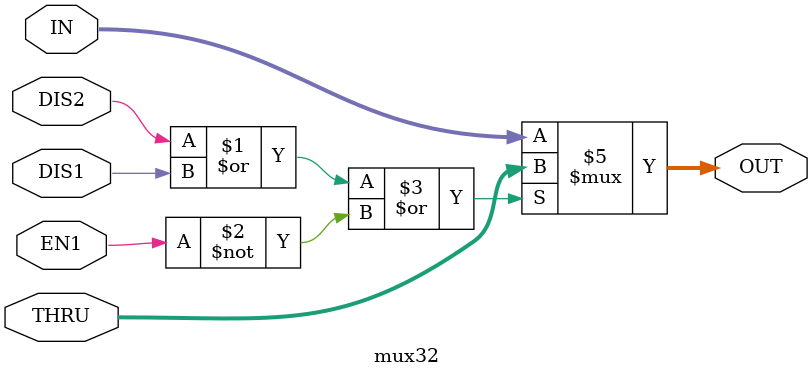
<source format=v>

module mux32 





































(EN1, DIS1, DIS2, IN, THRU, OUT); 







input EN1; 
input DIS1; 
input DIS2; 
input [31:0] IN; 
input [31:0] THRU; 
output [31:0] OUT; 

wire enable; 

assign enable = ~(DIS2 | DIS1 | ~EN1); 
assign OUT = enable ? IN : THRU; 

endmodule 


</source>
